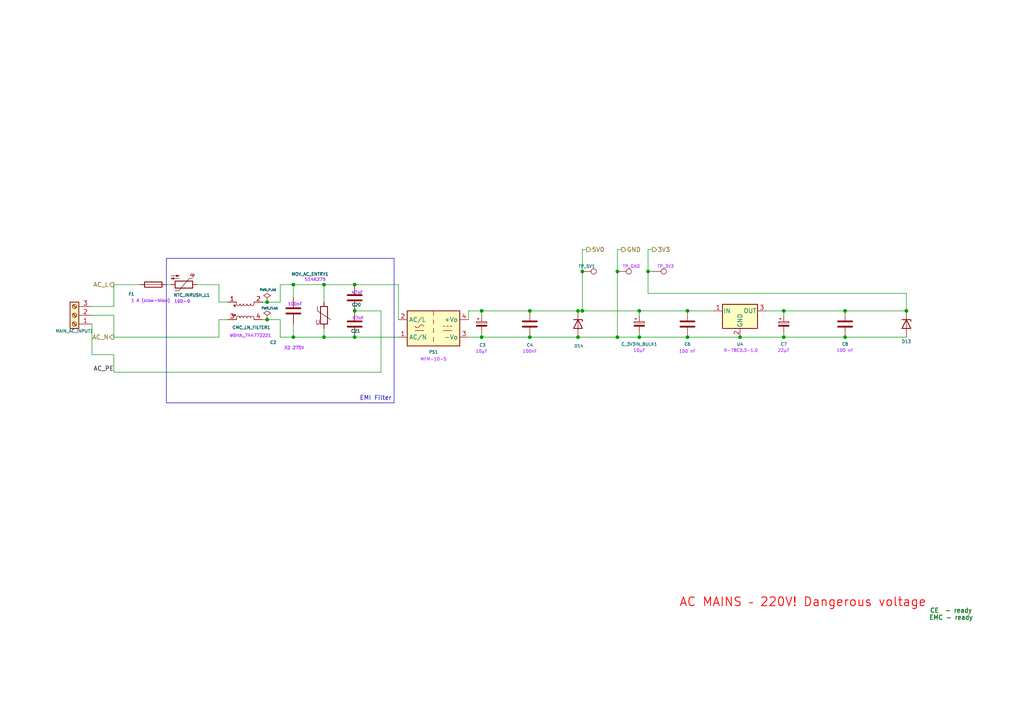
<source format=kicad_sch>
(kicad_sch (version 20250114) (generator "eeschema") (generator_version "9.0")
  (paper "A4")
  (title_block (title "AC Entry") (date "2025-06-27") (rev "1.0") (company "Nelees"))
  (lib_symbols
    (symbol "Connector:Screw_Terminal_01x03" (pin_names (offset 1.016) (hide yes))
      (property "Reference" "J" (at 0 5.08 0))
      (property "Value" "Screw_Terminal_01x03" (at 0 -5.08 0))
      (symbol "Screw_Terminal_01x03_1_1"
        (rectangle (start -1.27 3.81) (end 1.27 -3.81) (stroke (width 0.254)) (fill (type background)))
        (polyline (pts (xy -0.5334 2.8702) (xy 0.3302 2.032)) (stroke (width 0.1524)))
        (polyline (pts (xy -0.5334 0.3302) (xy 0.3302 -0.508)) (stroke (width 0.1524)))
        (polyline (pts (xy -0.5334 -2.2098) (xy 0.3302 -3.048)) (stroke (width 0.1524)))
        (polyline (pts (xy -0.3556 3.048) (xy 0.508 2.2098)) (stroke (width 0.1524)))
        (polyline (pts (xy -0.3556 0.508) (xy 0.508 -0.3302)) (stroke (width 0.1524)))
        (polyline (pts (xy -0.3556 -2.032) (xy 0.508 -2.8702)) (stroke (width 0.1524)))
        (circle (center 0 2.54) (radius 0.635) (stroke (width 0.1524)))
        (circle (center 0 0) (radius 0.635) (stroke (width 0.1524)))
        (circle (center 0 -2.54) (radius 0.635) (stroke (width 0.1524)))
        (pin passive line (at -5.08 2.54 0) (length 3.81) (name "Pin_1") (number "1"))
        (pin passive line (at -5.08 0 0) (length 3.81) (name "Pin_2") (number "2"))
        (pin passive line (at -5.08 -2.54 0) (length 3.81) (name "Pin_3") (number "3"))
      )
    )
    (symbol "Connector:TestPoint" (pin_numbers (hide yes)) (pin_names (offset 0.762) (hide yes))
      (property "Reference" "TP" (at 0 6.858 0))
      (property "Value" "TestPoint" (at 0 5.08 0))
      (symbol "TestPoint_0_1"
        (circle (center 0 3.302) (radius 0.762))
      )
      (symbol "TestPoint_1_1"
        (pin passive line (at 0 0 90) (length 2.54) (name "1") (number "1"))
      )
    )
    (symbol "Converter_ACDC:MFM-10-5"
      (property "Reference" "PS" (at 0 6.35 0))
      (property "Value" "MFM-10-5" (at 0 -6.35 0))
      (symbol "MFM-10-5_0_1"
        (rectangle (start -7.62 5.08) (end 7.62 -5.08) (stroke (width 0.254)) (fill (type background)))
        (polyline (pts (xy -5.334 -0.635) (xy -2.794 -0.635)))
        (arc (start -4.064 0.635) (mid -4.699 0.2495) (end -5.334 0.635))
        (arc (start -4.064 0.635) (mid -3.429 1.0072) (end -2.794 0.635))
        (polyline (pts (xy 0 5.08) (xy 0 3.81)))
        (polyline (pts (xy 0 2.54) (xy 0 1.27)))
        (polyline (pts (xy 0 0) (xy 0 -1.27)))
        (polyline (pts (xy 0 -2.54) (xy 0 -3.81)))
        (polyline (pts (xy 2.794 0.635) (xy 3.302 0.635)))
        (polyline (pts (xy 2.794 -0.635) (xy 5.334 -0.635)))
        (polyline (pts (xy 3.81 0.635) (xy 4.318 0.635)))
        (polyline (pts (xy 4.826 0.635) (xy 5.334 0.635)))
      )
      (symbol "MFM-10-5_1_1"
        (pin power_in line (at -10.16 2.54 0) (length 2.54) (name "AC/L") (number "2"))
        (pin power_in line (at -10.16 -2.54 0) (length 2.54) (name "AC/N") (number "1"))
        (pin power_out line (at 10.16 2.54 180) (length 2.54) (name "+Vo") (number "4"))
        (pin power_out line (at 10.16 -2.54 180) (length 2.54) (name "-Vo") (number "3"))
      )
    )
    (symbol "Device:C" (pin_numbers (hide yes)) (pin_names (offset 0.254))
      (property "Reference" "C" (at 0.635 2.54 0))
      (property "Value" "C" (at 0.635 -2.54 0))
      (symbol "C_0_1"
        (polyline (pts (xy -2.032 0.762) (xy 2.032 0.762)) (stroke (width 0.508)))
        (polyline (pts (xy -2.032 -0.762) (xy 2.032 -0.762)) (stroke (width 0.508)))
      )
      (symbol "C_1_1"
        (pin passive line (at 0 3.81 270) (length 2.794) (name "~") (number "1"))
        (pin passive line (at 0 -3.81 90) (length 2.794) (name "~") (number "2"))
      )
    )
    (symbol "Device:C_Polarized_Small" (pin_numbers (hide yes)) (pin_names (offset 0.254) (hide yes))
      (property "Reference" "C" (at 0.254 1.778 0))
      (property "Value" "C_Polarized_Small" (at 0.254 -2.032 0))
      (symbol "C_Polarized_Small_0_1"
        (rectangle (start -1.524 0.6858) (end 1.524 0.3048))
        (rectangle (start -1.524 -0.3048) (end 1.524 -0.6858) (fill (type outline)))
        (polyline (pts (xy -1.27 1.524) (xy -0.762 1.524)))
        (polyline (pts (xy -1.016 1.27) (xy -1.016 1.778)))
      )
      (symbol "C_Polarized_Small_1_1"
        (pin passive line (at 0 2.54 270) (length 1.8542) (name "~") (number "1"))
        (pin passive line (at 0 -2.54 90) (length 1.8542) (name "~") (number "2"))
      )
    )
    (symbol "Device:Fuse" (pin_numbers (hide yes)) (pin_names (offset 0))
      (property "Reference" "F" (at 2.032 0 90))
      (property "Value" "Fuse" (at -1.905 0 90))
      (symbol "Fuse_0_1"
        (rectangle (start -0.762 -2.54) (end 0.762 2.54) (stroke (width 0.254)))
        (polyline (pts (xy 0 2.54) (xy 0 -2.54)))
      )
      (symbol "Fuse_1_1"
        (pin passive line (at 0 3.81 270) (length 1.27) (name "~") (number "1"))
        (pin passive line (at 0 -3.81 90) (length 1.27) (name "~") (number "2"))
      )
    )
    (symbol "Device:L_Coupled" (pin_names (offset 0.254) (hide yes))
      (property "Reference" "L" (at 0 4.445 0))
      (property "Value" "L_Coupled" (at 0 -4.445 0))
      (symbol "L_Coupled_0_1"
        (circle (center -3.048 1.524) (radius 0.254) (fill (type outline)))
        (circle (center -3.048 -1.27) (radius 0.254) (fill (type outline)))
        (polyline (pts (xy -2.54 2.032) (xy -2.54 2.54)))
        (polyline (pts (xy -2.54 -2.032) (xy -2.54 -2.54)))
        (arc (start -1.524 2.032) (mid -2.032 1.5262) (end -2.54 2.032))
        (arc (start -2.54 -2.032) (mid -2.032 -1.5262) (end -1.524 -2.032))
        (arc (start -0.508 2.032) (mid -1.016 1.5262) (end -1.524 2.032))
        (arc (start -1.524 -2.032) (mid -1.016 -1.5262) (end -0.508 -2.032))
        (arc (start 0.508 2.032) (mid 0 1.5262) (end -0.508 2.032))
        (arc (start -0.508 -2.032) (mid 0 -1.5262) (end 0.508 -2.032))
        (arc (start 1.524 2.032) (mid 1.016 1.5262) (end 0.508 2.032))
        (arc (start 0.508 -2.032) (mid 1.016 -1.5262) (end 1.524 -2.032))
        (arc (start 2.54 2.032) (mid 2.032 1.5262) (end 1.524 2.032))
        (arc (start 1.524 -2.032) (mid 2.032 -1.5262) (end 2.54 -2.032))
        (polyline (pts (xy 2.54 2.54) (xy 2.54 2.032)))
        (polyline (pts (xy 2.54 -2.032) (xy 2.54 -2.54)))
      )
      (symbol "L_Coupled_1_1"
        (pin passive line (at -5.08 2.54 0) (length 2.54) (name "1") (number "1"))
        (pin passive line (at -5.08 -2.54 0) (length 2.54) (name "3") (number "3"))
        (pin passive line (at 5.08 2.54 180) (length 2.54) (name "2") (number "2"))
        (pin passive line (at 5.08 -2.54 180) (length 2.54) (name "4") (number "4"))
      )
    )
    (symbol "Device:Thermistor_NTC" (pin_numbers (hide yes)) (pin_names (offset 0))
      (property "Reference" "TH" (at -4.445 0 90))
      (property "Value" "Thermistor_NTC" (at 3.175 0 90))
      (symbol "Thermistor_NTC_0_1"
        (arc (start -3.175 2.413) (mid -3.0506 2.3165) (end -3.048 2.159))
        (arc (start -3.048 2.794) (mid -2.9736 2.9736) (end -2.794 3.048))
        (arc (start -2.794 3.048) (mid -2.6144 2.9736) (end -2.54 2.794))
        (arc (start -2.794 2.54) (mid -2.9736 2.6144) (end -3.048 2.794))
        (arc (start -2.794 1.905) (mid -2.9736 1.9794) (end -3.048 2.159))
        (arc (start -2.54 2.159) (mid -2.6144 1.9794) (end -2.794 1.905))
        (arc (start -2.159 2.794) (mid -2.434 2.5608) (end -2.794 2.54))
        (polyline (pts (xy -2.54 2.159) (xy -2.54 2.794)))
        (polyline (pts (xy -2.54 -3.683) (xy -2.54 -1.397) (xy -2.794 -2.159) (xy -2.286 -2.159) (xy -2.54 -1.397) (xy -2.54 -1.651)) (fill (type outline)))
        (polyline (pts (xy -1.778 2.54) (xy -1.778 1.524) (xy 1.778 -1.524) (xy 1.778 -2.54)))
        (polyline (pts (xy -1.778 -1.397) (xy -1.778 -3.683) (xy -2.032 -2.921) (xy -1.524 -2.921) (xy -1.778 -3.683) (xy -1.778 -3.429)) (fill (type outline)))
        (rectangle (start -1.016 2.54) (end 1.016 -2.54) (stroke (width 0.254)))
      )
      (symbol "Thermistor_NTC_1_1"
        (pin passive line (at 0 3.81 270) (length 1.27) (name "~") (number "1"))
        (pin passive line (at 0 -3.81 90) (length 1.27) (name "~") (number "2"))
      )
    )
    (symbol "Device:Varistor" (pin_numbers (hide yes)) (pin_names (offset 0))
      (property "Reference" "RV" (at 3.175 0 90))
      (property "Value" "Varistor" (at -3.175 0 90))
      (symbol "Varistor_0_0"
        (text "U" (at -1.778 -2.032 0) (effects (font (size 1.27 1.27))))
      )
      (symbol "Varistor_0_1"
        (polyline (pts (xy -1.905 2.54) (xy -1.905 1.27) (xy 1.905 -1.27)))
        (rectangle (start -1.016 -2.54) (end 1.016 2.54) (stroke (width 0.254)))
      )
      (symbol "Varistor_1_1"
        (pin passive line (at 0 3.81 270) (length 1.27) (name "~") (number "1"))
        (pin passive line (at 0 -3.81 90) (length 1.27) (name "~") (number "2"))
      )
    )
    (symbol "Diode:ESD5Zxx" (pin_numbers (hide yes)) (pin_names (hide yes))
      (property "Reference" "D" (at 0 2.54 0))
      (property "Value" "ESD5Zxx" (at 0 -2.54 0))
      (symbol "ESD5Zxx_0_1"
        (polyline (pts (xy -1.27 -1.27) (xy -1.27 1.27) (xy -0.762 1.27)) (stroke (width 0.254)))
        (polyline (pts (xy 1.27 0) (xy -1.27 0)))
        (polyline (pts (xy 1.27 -1.27) (xy 1.27 1.27) (xy -1.27 0) (xy 1.27 -1.27)) (stroke (width 0.254)))
      )
      (symbol "ESD5Zxx_1_1"
        (pin passive line (at -3.81 0 0) (length 2.54) (name "K") (number "1"))
        (pin passive line (at 3.81 0 180) (length 2.54) (name "A") (number "2"))
      )
    )
    (symbol "Regulator_Switching:R-78E3.3-1.0" (pin_names (offset 0.254))
      (property "Reference" "U" (at -3.81 3.175 0))
      (property "Value" "R-78E3.3-1.0" (at 0 3.175 0))
      (symbol "R-78E3.3-1.0_0_1"
        (rectangle (start -5.08 1.905) (end 5.08 -5.08) (stroke (width 0.254)) (fill (type background)))
      )
      (symbol "R-78E3.3-1.0_1_1"
        (pin power_in line (at -7.62 0 0) (length 2.54) (name "IN") (number "1"))
        (pin power_in line (at 0 -7.62 90) (length 2.54) (name "GND") (number "2"))
        (pin power_out line (at 7.62 0 180) (length 2.54) (name "OUT") (number "3"))
      )
    )
    (symbol "power:PWR_FLAG" (power) (pin_numbers (hide yes)) (pin_names (offset 0) (hide yes))
      (property "Value" "PWR_FLAG" (at 0 3.81 0))
      (symbol "PWR_FLAG_0_0"
        (pin power_out line (at 0 0 90) (length 0) (name "~") (number "1"))
      )
      (symbol "PWR_FLAG_0_1"
        (polyline (pts (xy 0 0) (xy 0 1.27) (xy -1.016 1.905) (xy 0 2.54) (xy 1.016 1.905) (xy 0 1.27)))
      )
    )
  )
  (rectangle (start 48.26 74.93) (end 114.3 116.84))
  (text "EMI Filter" (at 108.966 115.57 0) (effects (font (size 1.27 1.27))))
  (text "CE  - ready\nEMC - ready" (at 275.844 178.308 0) (effects (font (size 1.27 1.27) (thickness 0.254) (bold yes))))
  (text " AC MAINS – 220V! Dangerous voltage" (at 231.902 174.752 0) (effects (font (size 2.54 2.54) (thickness 0.254) (bold yes))))
  (junction (at 168.91 78.74))
  (junction (at 102.87 82.55))
  (junction (at 102.87 97.79))
  (junction (at 214.63 97.79))
  (junction (at 167.64 97.79))
  (junction (at 93.98 97.79))
  (junction (at 77.47 87.63))
  (junction (at 179.07 78.74))
  (junction (at 167.64 90.17))
  (junction (at 168.91 90.17))
  (junction (at 245.11 97.79))
  (junction (at 93.98 82.55))
  (junction (at 185.42 97.79))
  (junction (at 77.47 92.71))
  (junction (at 139.7 90.17))
  (junction (at 102.87 90.17))
  (junction (at 85.09 82.55))
  (junction (at 153.67 97.79))
  (junction (at 245.11 90.17))
  (junction (at 153.67 90.17))
  (junction (at 85.09 97.79))
  (junction (at 227.33 97.79))
  (junction (at 227.33 90.17))
  (junction (at 179.07 97.79))
  (junction (at 139.7 97.79))
  (junction (at 262.89 90.17))
  (junction (at 199.39 90.17))
  (junction (at 185.42 90.17))
  (junction (at 199.39 97.79))
  (junction (at 187.96 78.74))
  (wire (pts (xy 135.89 97.79) (xy 139.7 97.79)))
  (wire (pts (xy 187.96 78.74) (xy 187.96 85.09)))
  (wire (pts (xy 245.11 97.79) (xy 262.89 97.79)))
  (wire (pts (xy 81.28 97.79) (xy 85.09 97.79)))
  (wire (pts (xy 167.64 90.17) (xy 168.91 90.17)))
  (wire (pts (xy 179.07 72.39) (xy 179.07 78.74)))
  (wire (pts (xy 180.34 72.39) (xy 179.07 72.39)))
  (wire (pts (xy 153.67 90.17) (xy 167.64 90.17)))
  (wire (pts (xy 66.04 87.63) (xy 63.5 87.63)))
  (wire (pts (xy 33.02 102.87) (xy 33.02 107.95)))
  (wire (pts (xy 214.63 97.79) (xy 227.33 97.79)))
  (wire (pts (xy 179.07 78.74) (xy 179.07 97.79)))
  (wire (pts (xy 179.07 97.79) (xy 185.42 97.79)))
  (wire (pts (xy 93.98 82.55) (xy 102.87 82.55)))
  (wire (pts (xy 26.67 102.87) (xy 33.02 102.87)))
  (wire (pts (xy 102.87 97.79) (xy 115.57 97.79)))
  (wire (pts (xy 135.89 90.17) (xy 139.7 90.17)))
  (wire (pts (xy 139.7 91.44) (xy 139.7 90.17)))
  (wire (pts (xy 187.96 72.39) (xy 189.23 72.39)))
  (wire (pts (xy 199.39 97.79) (xy 214.63 97.79)))
  (wire (pts (xy 77.47 92.71) (xy 81.28 92.71)))
  (wire (pts (xy 33.02 88.9) (xy 33.02 82.55)))
  (wire (pts (xy 63.5 82.55) (xy 57.15 82.55)))
  (wire (pts (xy 135.89 90.17) (xy 135.89 92.71)))
  (wire (pts (xy 187.96 78.74) (xy 187.96 72.39)))
  (wire (pts (xy 26.67 88.9) (xy 33.02 88.9)))
  (wire (pts (xy 33.02 82.55) (xy 40.64 82.55)))
  (wire (pts (xy 26.67 91.44) (xy 33.02 91.44)))
  (wire (pts (xy 85.09 97.79) (xy 93.98 97.79)))
  (wire (pts (xy 185.42 91.44) (xy 185.42 90.17)))
  (wire (pts (xy 227.33 90.17) (xy 245.11 90.17)))
  (wire (pts (xy 85.09 82.55) (xy 85.09 86.36)))
  (wire (pts (xy 227.33 96.52) (xy 227.33 97.79)))
  (wire (pts (xy 139.7 90.17) (xy 153.67 90.17)))
  (wire (pts (xy 167.64 97.79) (xy 179.07 97.79)))
  (wire (pts (xy 153.67 97.79) (xy 167.64 97.79)))
  (wire (pts (xy 262.89 85.09) (xy 262.89 90.17)))
  (wire (pts (xy 110.49 90.17) (xy 110.49 107.95)))
  (wire (pts (xy 85.09 97.79) (xy 85.09 93.98)))
  (wire (pts (xy 245.11 90.17) (xy 262.89 90.17)))
  (wire (pts (xy 33.02 107.95) (xy 110.49 107.95)))
  (wire (pts (xy 222.25 90.17) (xy 227.33 90.17)))
  (wire (pts (xy 185.42 97.79) (xy 199.39 97.79)))
  (wire (pts (xy 102.87 90.17) (xy 110.49 90.17)))
  (wire (pts (xy 63.5 92.71) (xy 63.5 97.79)))
  (wire (pts (xy 85.09 82.55) (xy 93.98 82.55)))
  (wire (pts (xy 81.28 82.55) (xy 85.09 82.55)))
  (wire (pts (xy 77.47 87.63) (xy 81.28 87.63)))
  (wire (pts (xy 76.2 92.71) (xy 77.47 92.71)))
  (wire (pts (xy 168.91 78.74) (xy 168.91 90.17)))
  (wire (pts (xy 227.33 97.79) (xy 245.11 97.79)))
  (wire (pts (xy 81.28 92.71) (xy 81.28 97.79)))
  (wire (pts (xy 63.5 97.79) (xy 33.02 97.79)))
  (wire (pts (xy 139.7 97.79) (xy 153.67 97.79)))
  (wire (pts (xy 199.39 90.17) (xy 207.01 90.17)))
  (wire (pts (xy 33.02 91.44) (xy 33.02 97.79)))
  (wire (pts (xy 139.7 96.52) (xy 139.7 97.79)))
  (wire (pts (xy 185.42 96.52) (xy 185.42 97.79)))
  (wire (pts (xy 168.91 90.17) (xy 185.42 90.17)))
  (wire (pts (xy 227.33 91.44) (xy 227.33 90.17)))
  (wire (pts (xy 49.53 82.55) (xy 48.26 82.55)))
  (wire (pts (xy 187.96 78.74) (xy 189.23 78.74)))
  (wire (pts (xy 93.98 82.55) (xy 93.98 87.63)))
  (wire (pts (xy 185.42 90.17) (xy 199.39 90.17)))
  (wire (pts (xy 170.18 72.39) (xy 168.91 72.39)))
  (wire (pts (xy 93.98 97.79) (xy 102.87 97.79)))
  (wire (pts (xy 81.28 82.55) (xy 81.28 87.63)))
  (wire (pts (xy 63.5 87.63) (xy 63.5 82.55)))
  (wire (pts (xy 115.57 92.71) (xy 115.57 82.55)))
  (wire (pts (xy 76.2 87.63) (xy 77.47 87.63)))
  (wire (pts (xy 26.67 93.98) (xy 26.67 102.87)))
  (wire (pts (xy 102.87 82.55) (xy 115.57 82.55)))
  (wire (pts (xy 93.98 95.25) (xy 93.98 97.79)))
  (wire (pts (xy 187.96 85.09) (xy 262.89 85.09)))
  (wire (pts (xy 63.5 92.71) (xy 66.04 92.71)))
  (wire (pts (xy 168.91 72.39) (xy 168.91 78.74)))
  (label "AC_PE" (at 33.02 107.95 180))
  (hierarchical_label "­AC_L" (shape output) (at 33.02 82.55 180))
  (hierarchical_label "AC_N" (shape output) (at 33.02 97.79 180))
  (hierarchical_label "3V3" (shape output) (at 189.23 72.39 0))
  (hierarchical_label "GND" (shape output) (at 180.34 72.39 0))
  (hierarchical_label "5V0" (shape output) (at 170.18 72.39 0))
  (symbol (lib_id "Device:Fuse") (at 44.45 82.55 90) (unit 1)
    (property "Reference" "F_LOGIC_MAIN1" (at 38.1 85.344 90) (effects (font (size 0.889 0.889))))
    (property "Value" "1 A (slow-blow)" (at 43.688 87.122 90) (effects (font (size 0.889 0.889))))
    (property "Description" "Fuse" (effects (hide yes)))
    (instances (project "MC_Series" (path "" (reference "F1") (unit 1))) (project "MC_X2c" (path "" (reference "F_LOGIC_MAIN1") (unit 1))))
  )
  (symbol (lib_id "Diode:ESD5Zxx") (at 167.64 93.98 270) (unit 1)
    (property "Reference" "D_ESD_5V0_OUT1" (at 167.894 100.33 90) (effects (font (size 0.889 0.889))))
    (property "Value" "D_ESD_5V0_OUT" (effects (hide yes)))
    (property "Footprint" "Diode_SMD:D_SOD-523" (effects (hide yes)))
    (property "Datasheet" "https://www.onsemi.com/pdf/datasheet/esd5z2.5t1-d.pdf" (effects (hide yes)))
    (property "Description" "ESD Protection Diode, SOD-523" (effects (hide yes)))
    (instances (project "MC_Series" (path "" (reference "D14") (unit 1))) (project "MC_X2c" (path "" (reference "D_ESD_5V0_OUT1") (unit 1))))
  )
  (symbol (lib_id "Device:L_Coupled") (at 71.12 90.17 0) (unit 1)
    (property "Reference" "CMC_LN_FILTER1" (at 72.898 94.996 0) (effects (font (size 0.889 0.889))))
    (property "Value" "Würth_744772221" (at 72.644 97.282 0) (effects (font (size 0.889 0.889))))
    (property "Footprint" "Inductor_SMD:L_Wuerth_WE-DD-Typ-L-Typ-XL-Typ-XXL" (effects (hide yes)))
    (property "Description" "Coupled inductor" (effects (hide yes)))
  )
  (symbol (lib_id "Converter_ACDC:MFM-10-5") (at 125.73 95.25 0) (unit 1)
    (property "Reference" "REG_AC5V1" (at 125.73 102.108 0) (effects (font (size 0.889 0.889))))
    (property "Value" "MFM-10-5" (at 125.73 104.14 0) (effects (font (size 0.889 0.889))))
    (property "Footprint" "Converter_ACDC:Converter_ACDC_MeanWell_MFM-10-xx_THT" (effects (hide yes)))
    (property "Datasheet" "https://www.meanwell-web.com/content/files/pdfs/productPdfs/MW/MFM-10/MFM-10-spec.pdf" (effects (hide yes)))
    (property "Description" "Meanwell AC/DC converter, 80-264VAC, output 5V, 10 watts" (effects (hide yes)))
    (instances (project "MC_Series" (path "" (reference "PS1") (unit 1))) (project "MC_X2c" (path "" (reference "REG_AC5V1") (unit 1))))
  )
  (symbol (lib_id "Device:C") (at 199.39 93.98 0) (unit 1)
    (property "Reference" "C_3V3IN_HF1" (at 199.39 99.822 0) (effects (font (size 0.889 0.889))))
    (property "Value" "100 nF" (at 199.39 101.854 0) (effects (font (size 0.889 0.889))))
    (property "Description" "Unpolarized capacitor" (effects (hide yes)))
    (instances (project "MC_Series" (path "" (reference "C6") (unit 1))) (project "MC_X2c" (path "" (reference "C_3V3IN_HF1") (unit 1))))
  )
  (symbol (lib_id "power:PWR_FLAG") (at 77.47 92.71 0) (unit 1)
    (property "Reference" "#FLG02" (effects (hide yes)))
    (property "Value" "PWR_FLAG" (at 78.232 89.408 0) (effects (font (size 0.635 0.635))))
    (property "Description" "Special symbol for telling ERC where power comes from" (effects (hide yes)))
  )
  (symbol (lib_id "Device:C") (at 102.87 86.36 0) (unit 1)
    (property "Reference" "CY2_L_PE1" (at 103.378 88.392 0) (effects (font (size 0.889 0.889))))
    (property "Value" "47 nF" (at 103.632 84.836 0) (effects (font (size 0.889 0.889))))
    (property "Description" "Y2" (effects (hide yes)))
    (instances (project "MC_Series" (path "" (reference "C20") (unit 1))) (project "MC_X2c" (path "" (reference "CY2_L_PE1") (unit 1))))
  )
  (symbol (lib_id "Device:Thermistor_NTC") (at 53.34 82.55 270) (unit 1)
    (property "Reference" "NTC_INRUSH_L1" (at 55.626 85.598 90) (effects (font (size 0.889 0.889))))
    (property "Value" "10D-9" (at 52.832 87.376 90) (effects (font (size 0.889 0.889))))
    (property "Description" "Temperature dependent resistor, negative temperature coefficient" (effects (hide yes)))
  )
  (symbol (lib_id "Regulator_Switching:R-78E3.3-1.0") (at 214.63 90.17 0) (unit 1)
    (property "Reference" "REG_5TO_3V1" (at 214.63 99.822 0) (effects (font (size 0.889 0.889))))
    (property "Value" "R-78E3.3-1.0" (at 214.884 101.6 0) (effects (font (size 0.889 0.889))))
    (property "Footprint" "Converter_DCDC:Converter_DCDC_RECOM_R-78E-0.5_THT" (effects (hide yes)))
    (property "Datasheet" "https://www.recom-power.com/pdf/Innoline/R-78Exx-1.0.pdf" (effects (hide yes)))
    (property "Description" "1A Step-Down DC/DC-Regulator, 6-28V input, 3.3V fixed Output Voltage, LM78xx replacement, -40°C to +85°C, SIP3" (effects (hide yes)))
    (instances (project "MC_Series" (path "" (reference "U4") (unit 1))) (project "MC_X2c" (path "" (reference "REG_5TO_3V1") (unit 1))))
  )
  (symbol (lib_id "Connector:TestPoint") (at 168.91 78.74 270) (unit 1)
    (property "Reference" "TP_5V1" (at 170.18 77.216 90) (effects (font (size 0.889 0.889))))
    (property "Value" "TP_5V0" (effects (hide yes)))
    (property "Footprint" "TestPoint:TestPoint_Pad_1.0x1.0mm" (effects (hide yes)))
    (property "Description" "test point" (effects (hide yes)))
  )
  (symbol (lib_id "Connector:TestPoint") (at 189.23 78.74 270) (unit 1)
    (property "Reference" "TP2" (effects (hide yes)))
    (property "Value" "TP_3V3" (at 193.04 77.216 90) (effects (font (size 0.889 0.889))))
    (property "Footprint" "TestPoint:TestPoint_Pad_1.0x1.0mm" (effects (hide yes)))
    (property "Description" "test point" (effects (hide yes)))
  )
  (symbol (lib_id "power:PWR_FLAG") (at 77.47 87.63 0) (unit 1)
    (property "Reference" "#FLG01" (effects (hide yes)))
    (property "Value" "PWR_FLAG" (at 77.724 84.074 0) (effects (font (size 0.635 0.635))))
    (property "Description" "Special symbol for telling ERC where power comes from" (effects (hide yes)))
  )
  (symbol (lib_id "Device:C") (at 102.87 93.98 0) (unit 1)
    (property "Reference" "CY2_N_PE1" (at 103.124 96.012 0) (effects (font (size 0.889 0.889))))
    (property "Value" "47 nF" (at 103.886 92.202 0) (effects (font (size 0.889 0.889))))
    (property "Description" "Y2" (effects (hide yes)))
    (instances (project "MC_Series" (path "" (reference "C21") (unit 1))) (project "MC_X2c" (path "" (reference "CY2_N_PE1") (unit 1))))
  )
  (symbol (lib_id "Device:C_Polarized_Small") (at 185.42 93.98 0) (unit 1)
    (property "Reference" "C_3V3IN_BULK1" (at 185.42 99.822 0) (effects (font (size 0.889 0.889))))
    (property "Value" "10µF" (at 185.42 101.6 0) (effects (font (size 0.889 0.889))))
    (property "Description" "Polarized capacitor, small symbol" (effects (hide yes)))
  )
  (symbol (lib_id "Connector:TestPoint") (at 179.07 78.74 270) (unit 1)
    (property "Reference" "TP1" (effects (hide yes)))
    (property "Value" "TP_GND" (at 183.134 77.216 90) (effects (font (size 0.889 0.889))))
    (property "Footprint" "TestPoint:TestPoint_Pad_1.0x1.0mm" (effects (hide yes)))
    (property "Description" "test point" (effects (hide yes)))
  )
  (symbol (lib_id "Device:C") (at 85.09 90.17 0) (unit 1)
    (property "Reference" "C_DIFF_EMI_FILTER1" (at 79.248 99.314 0) (effects (font (size 0.889 0.889))))
    (property "Value" "100nF" (at 85.598 88.138 0) (effects (font (size 0.889 0.889))))
    (property "Description" "X2 275V" (at 85.344 100.838 0) (effects (font (size 0.889 0.889))))
    (instances (project "MC_Series" (path "" (reference "C2") (unit 1))) (project "MC_X2c" (path "" (reference "C_DIFF_EMI_FILTER1") (unit 1))))
  )
  (symbol (lib_id "Connector:Screw_Terminal_01x03") (at 21.59 91.44 180) (unit 1)
    (property "Reference" "MAIN_AC_INPUT1" (at 21.59 96.012 0) (effects (font (size 0.889 0.889))))
    (property "Value" "Screw_Terminal_01x03" (effects (hide yes)))
    (property "Description" "Generic screw terminal, single row, 01x03, script generated (kicad-library-utils/schlib/autogen/connector/)" (effects (hide yes)))
  )
  (symbol (lib_id "Diode:ESD5Zxx") (at 262.89 93.98 270) (unit 1)
    (property "Reference" "D_ESD_3V3_OUT1" (at 262.89 99.06 90) (effects (font (size 0.889 0.889))))
    (property "Value" "ESD5Z3.3" (effects (hide yes)))
    (property "Footprint" "Diode_SMD:D_SOD-523" (effects (hide yes)))
    (property "Datasheet" "https://www.onsemi.com/pdf/datasheet/esd5z2.5t1-d.pdf" (effects (hide yes)))
    (property "Description" "ESD Protection Diode, SOD-523" (effects (hide yes)))
    (instances (project "MC_Series" (path "" (reference "D13") (unit 1))) (project "MC_X2c" (path "" (reference "D_ESD_3V3_OUT1") (unit 1))))
  )
  (symbol (lib_id "Device:C_Polarized_Small") (at 139.7 93.98 0) (unit 1)
    (property "Reference" "C_5V_BULK1" (at 139.954 100.076 0) (effects (font (size 0.889 0.889))))
    (property "Value" "10µF" (at 139.7 101.854 0) (effects (font (size 0.889 0.889))))
    (property "Description" "Polarized capacitor, small symbol" (effects (hide yes)))
    (instances (project "MC_Series" (path "" (reference "C3") (unit 1))) (project "MC_X2c" (path "" (reference "C_5V_BULK1") (unit 1))))
  )
  (symbol (lib_id "Device:C") (at 153.67 93.98 0) (unit 1)
    (property "Reference" "C_5V_HF1" (at 153.67 100.076 0) (effects (font (size 0.889 0.889))))
    (property "Value" "100nF" (at 153.67 101.854 0) (effects (font (size 0.889 0.889))))
    (property "Description" "Unpolarized capacitor" (effects (hide yes)))
    (instances (project "MC_Series" (path "" (reference "C4") (unit 1))) (project "MC_X2c" (path "" (reference "C_5V_HF1") (unit 1))))
  )
  (symbol (lib_id "Device:Varistor") (at 93.98 91.44 0) (unit 1)
    (property "Reference" "MOV_AC_ENTRY1" (at 89.916 79.502 0) (effects (font (size 0.889 0.889))))
    (property "Value" "S14K275" (at 91.44 81.026 0) (effects (font (size 0.889 0.889))))
    (property "Description" "Voltage dependent resistor" (effects (hide yes)))
    (property "Sim.Name" "kicad_builtin_varistor" (effects (hide yes)))
    (property "Sim.Device" "SUBCKT" (effects (hide yes)))
    (property "Sim.Pins" "1=A 2=B" (effects (hide yes)))
    (property "Sim.Params" "threshold=1k" (effects (hide yes)))
    (property "Sim.Library" "${KICAD9_SYMBOL_DIR}/Simulation_SPICE.sp" (effects (hide yes)))
  )
  (symbol (lib_id "Device:C") (at 245.11 93.98 0) (unit 1)
    (property "Reference" "C_3V3_HF1" (at 245.11 99.822 0) (effects (font (size 0.889 0.889))))
    (property "Value" "100 nF" (at 245.11 101.6 0) (effects (font (size 0.889 0.889))))
    (property "Description" "Unpolarized capacitor" (effects (hide yes)))
    (instances (project "MC_Series" (path "" (reference "C8") (unit 1))) (project "MC_X2c" (path "" (reference "C_3V3_HF1") (unit 1))))
  )
  (symbol (lib_id "Device:C_Polarized_Small") (at 227.33 93.98 0) (unit 1)
    (property "Reference" "C_3V3_BULK1" (at 227.33 99.822 0) (effects (font (size 0.889 0.889))))
    (property "Value" "22µF" (at 227.33 101.6 0) (effects (font (size 0.889 0.889))))
    (property "Description" "Polarized capacitor, small symbol" (effects (hide yes)))
    (instances (project "MC_Series" (path "" (reference "C7") (unit 1))) (project "MC_X2c" (path "" (reference "C_3V3_BULK1") (unit 1))))
  )
)
</source>
